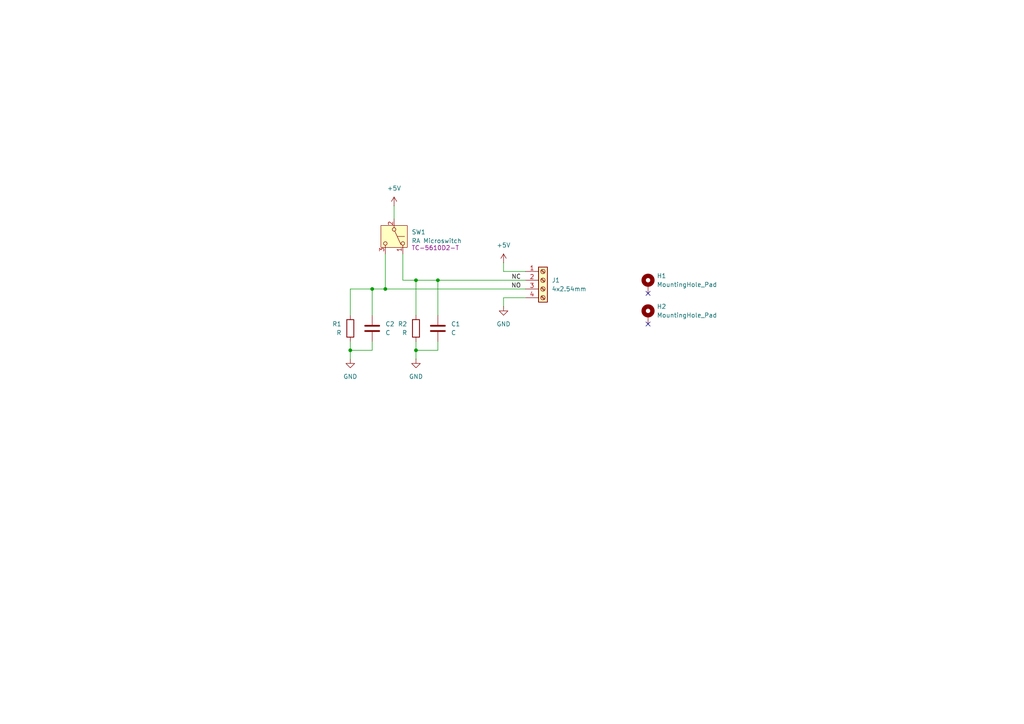
<source format=kicad_sch>
(kicad_sch (version 20231120) (generator "eeschema") (generator_version "8.0")
  (paper "A4")
  (title_block (title "2020 Extrusion Microswitch Mount") (comment 1 "All components are through-hole"))
  (lib_symbols
    (symbol "Connector:Screw_Terminal_01x04" (pin_names (offset 1.016) hide)
      (property "Reference" "J" (at 0 5.08 0))
      (property "Value" "Screw_Terminal_01x04" (at 0 -7.62 0))
      (symbol "Screw_Terminal_01x04_1_1"
        (rectangle (start -1.27 3.81) (end 1.27 -6.35) (stroke (width 0.254)) (fill (type background)))
        (circle (center 0 -5.08) (radius 0.635) (stroke (width 0.1524)))
        (circle (center 0 -2.54) (radius 0.635) (stroke (width 0.1524)))
        (polyline (pts (xy -0.5334 -4.7498) (xy 0.3302 -5.588)) (stroke (width 0.1524)))
        (polyline (pts (xy -0.5334 -2.2098) (xy 0.3302 -3.048)) (stroke (width 0.1524)))
        (polyline (pts (xy -0.5334 0.3302) (xy 0.3302 -0.508)) (stroke (width 0.1524)))
        (polyline (pts (xy -0.5334 2.8702) (xy 0.3302 2.032)) (stroke (width 0.1524)))
        (polyline (pts (xy -0.3556 -4.572) (xy 0.508 -5.4102)) (stroke (width 0.1524)))
        (polyline (pts (xy -0.3556 -2.032) (xy 0.508 -2.8702)) (stroke (width 0.1524)))
        (polyline (pts (xy -0.3556 0.508) (xy 0.508 -0.3302)) (stroke (width 0.1524)))
        (polyline (pts (xy -0.3556 3.048) (xy 0.508 2.2098)) (stroke (width 0.1524)))
        (circle (center 0 0) (radius 0.635) (stroke (width 0.1524)))
        (circle (center 0 2.54) (radius 0.635) (stroke (width 0.1524)))
        (pin passive line (at -5.08 2.54 0) (length 3.81) (name "Pin_1") (number "1"))
        (pin passive line (at -5.08 0 0) (length 3.81) (name "Pin_2") (number "2"))
        (pin passive line (at -5.08 -2.54 0) (length 3.81) (name "Pin_3") (number "3"))
        (pin passive line (at -5.08 -5.08 0) (length 3.81) (name "Pin_4") (number "4"))
      )
    )
    (symbol "Device:C" (pin_numbers hide) (pin_names (offset 0.254))
      (property "Reference" "C" (at 0.635 2.54 0))
      (property "Value" "C" (at 0.635 -2.54 0))
      (symbol "C_0_1"
        (polyline (pts (xy -2.032 -0.762) (xy 2.032 -0.762)) (stroke (width 0.508)))
        (polyline (pts (xy -2.032 0.762) (xy 2.032 0.762)) (stroke (width 0.508)))
      )
      (symbol "C_1_1"
        (pin passive line (at 0 3.81 270) (length 2.794) (name "~") (number "1"))
        (pin passive line (at 0 -3.81 90) (length 2.794) (name "~") (number "2"))
      )
    )
    (symbol "Device:R" (pin_numbers hide) (pin_names (offset 0))
      (property "Reference" "R" (at 2.032 0 90))
      (property "Value" "R" (at 0 0 90))
      (symbol "R_0_1"
        (rectangle (start -1.016 -2.54) (end 1.016 2.54) (stroke (width 0.254)))
      )
      (symbol "R_1_1"
        (pin passive line (at 0 3.81 270) (length 1.27) (name "~") (number "1"))
        (pin passive line (at 0 -3.81 90) (length 1.27) (name "~") (number "2"))
      )
    )
    (symbol "Mechanical:MountingHole_Pad" (pin_numbers hide) (pin_names (offset 1.016) hide) (exclude_from_sim yes) (in_bom no)
      (property "Reference" "H" (at 0 6.35 0))
      (property "Value" "MountingHole_Pad" (at 0 4.445 0))
      (symbol "MountingHole_Pad_0_1"
        (circle (center 0 1.27) (radius 1.27) (stroke (width 1.27)))
      )
      (symbol "MountingHole_Pad_1_1"
        (pin input line (at 0 -2.54 90) (length 2.54) (name "1") (number "1"))
      )
    )
    (symbol "Switch:SW_Push_SPDT" (pin_names (offset 0) hide)
      (property "Reference" "SW" (at 0 5.08 0))
      (property "Value" "SW_Push_SPDT" (at 0 -5.08 0))
      (symbol "SW_Push_SPDT_0_0"
        (circle (center -2.032 0) (radius 0.508))
        (polyline (pts (xy 0 1.016) (xy 0 3.048)))
        (circle (center 2.032 -2.54) (radius 0.508))
      )
      (symbol "SW_Push_SPDT_0_1"
        (polyline (pts (xy -1.524 0.2032) (xy 2.3368 1.9812)))
        (circle (center 2.032 2.54) (radius 0.508))
      )
      (symbol "SW_Push_SPDT_1_1"
        (rectangle (start -3.175 3.81) (end 3.175 -3.81) (fill (type background)))
        (pin passive line (at 5.08 2.54 180) (length 2.54) (name "A") (number "1"))
        (pin passive line (at -5.08 0 0) (length 2.54) (name "B") (number "2"))
        (pin passive line (at 5.08 -2.54 180) (length 2.54) (name "C") (number "3"))
      )
    )
    (symbol "power:+5V" (power) (pin_numbers hide) (pin_names (offset 0) hide)
      (property "Value" "+5V" (at 0 3.556 0))
      (symbol "+5V_0_1"
        (polyline (pts (xy -0.762 1.27) (xy 0 2.54)))
        (polyline (pts (xy 0 0) (xy 0 2.54)))
        (polyline (pts (xy 0 2.54) (xy 0.762 1.27)))
      )
      (symbol "+5V_1_1"
        (pin power_in line (at 0 0 90) (length 0) (name "~") (number "1"))
      )
    )
    (symbol "power:GND" (power) (pin_numbers hide) (pin_names (offset 0) hide)
      (property "Value" "GND" (at 0 -3.81 0))
      (symbol "GND_0_1"
        (polyline (pts (xy 0 0) (xy 0 -1.27) (xy 1.27 -1.27) (xy 0 -2.54) (xy -1.27 -1.27) (xy 0 -1.27)))
      )
      (symbol "GND_1_1"
        (pin power_in line (at 0 0 270) (length 0) (name "~") (number "1"))
      )
    )
  )
  (junction (at 127 81.28))
  (junction (at 107.95 83.82))
  (junction (at 111.76 83.82))
  (junction (at 120.65 81.28))
  (junction (at 120.65 101.6))
  (junction (at 101.6 101.6))
  (no_connect (at 187.96 85.09))
  (no_connect (at 187.96 93.98))
  (wire (pts (xy 116.84 73.66) (xy 116.84 81.28)))
  (wire (pts (xy 101.6 99.06) (xy 101.6 101.6)))
  (wire (pts (xy 146.05 78.74) (xy 146.05 76.2)))
  (wire (pts (xy 107.95 83.82) (xy 111.76 83.82)))
  (wire (pts (xy 127 101.6) (xy 120.65 101.6)))
  (wire (pts (xy 107.95 83.82) (xy 107.95 91.44)))
  (wire (pts (xy 111.76 73.66) (xy 111.76 83.82)))
  (wire (pts (xy 111.76 83.82) (xy 152.4 83.82)))
  (wire (pts (xy 101.6 83.82) (xy 107.95 83.82)))
  (wire (pts (xy 120.65 101.6) (xy 120.65 104.14)))
  (wire (pts (xy 127 81.28) (xy 127 91.44)))
  (wire (pts (xy 146.05 86.36) (xy 146.05 88.9)))
  (wire (pts (xy 152.4 86.36) (xy 146.05 86.36)))
  (wire (pts (xy 120.65 81.28) (xy 127 81.28)))
  (wire (pts (xy 116.84 81.28) (xy 120.65 81.28)))
  (wire (pts (xy 127 99.06) (xy 127 101.6)))
  (wire (pts (xy 107.95 99.06) (xy 107.95 101.6)))
  (wire (pts (xy 101.6 101.6) (xy 101.6 104.14)))
  (wire (pts (xy 127 81.28) (xy 152.4 81.28)))
  (wire (pts (xy 107.95 101.6) (xy 101.6 101.6)))
  (wire (pts (xy 114.3 59.69) (xy 114.3 63.5)))
  (wire (pts (xy 120.65 81.28) (xy 120.65 91.44)))
  (wire (pts (xy 152.4 78.74) (xy 146.05 78.74)))
  (wire (pts (xy 120.65 99.06) (xy 120.65 101.6)))
  (wire (pts (xy 101.6 91.44) (xy 101.6 83.82)))
  (label "NO" (at 151.13 83.82 180))
  (label "NC" (at 151.13 81.28 180))
  (symbol (lib_id "power:GND") (at 101.6 104.14 0) (unit 1)
    (property "Reference" "#PWR06" (effects (hide yes)))
    (property "Value" "GND" (at 101.6 109.22 0))
    (property "Description" "Power symbol creates a global label with name \"GND\" , ground" (effects (hide yes)))
  )
  (symbol (lib_id "Device:R") (at 101.6 95.25 0) (unit 1)
    (property "Reference" "R1" (at 99.06 93.9799 0) (effects (justify right)))
    (property "Value" "R" (at 99.06 96.5199 0) (effects (justify right)))
    (property "Footprint" "Resistor_THT:R_Axial_DIN0207_L6.3mm_D2.5mm_P10.16mm_Horizontal" (effects (hide yes)))
    (property "Description" "Resistor" (effects (hide yes)))
  )
  (symbol (lib_id "power:+5V") (at 146.05 76.2 0) (unit 1)
    (property "Reference" "#PWR02" (effects (hide yes)))
    (property "Value" "+5V" (at 146.05 71.12 0))
    (property "Description" "Power symbol creates a global label with name \"+5V\"" (effects (hide yes)))
  )
  (symbol (lib_id "power:+5V") (at 114.3 59.69 0) (unit 1)
    (property "Reference" "#PWR03" (effects (hide yes)))
    (property "Value" "+5V" (at 114.3 54.61 0))
    (property "Description" "Power symbol creates a global label with name \"+5V\"" (effects (hide yes)))
  )
  (symbol (lib_id "Mechanical:MountingHole_Pad") (at 187.96 82.55 0) (unit 1) (exclude_from_sim yes) (in_bom no)
    (property "Reference" "H1" (at 190.5 80.0099 0) (effects (justify left)))
    (property "Value" "MountingHole_Pad" (at 190.5 82.5499 0) (effects (justify left)))
    (property "Description" "Mounting Hole with connection" (effects (hide yes)))
  )
  (symbol (lib_id "Mechanical:MountingHole_Pad") (at 187.96 91.44 0) (unit 1) (exclude_from_sim yes) (in_bom no)
    (property "Reference" "H2" (at 190.5 88.8999 0) (effects (justify left)))
    (property "Value" "MountingHole_Pad" (at 190.5 91.4399 0) (effects (justify left)))
    (property "Description" "Mounting Hole with connection" (effects (hide yes)))
  )
  (symbol (lib_id "power:GND") (at 120.65 104.14 0) (unit 1)
    (property "Reference" "#PWR05" (effects (hide yes)))
    (property "Value" "GND" (at 120.65 109.22 0))
    (property "Description" "Power symbol creates a global label with name \"GND\" , ground" (effects (hide yes)))
  )
  (symbol (lib_id "power:GND") (at 146.05 88.9 0) (unit 1)
    (property "Reference" "#PWR01" (effects (hide yes)))
    (property "Value" "GND" (at 146.05 93.98 0))
    (property "Description" "Power symbol creates a global label with name \"GND\" , ground" (effects (hide yes)))
  )
  (symbol (lib_id "Connector:Screw_Terminal_01x04") (at 157.48 81.28 0) (unit 1)
    (property "Reference" "J1" (at 160.02 81.2799 0) (effects (justify left)))
    (property "Value" "4x2.54mm" (at 160.02 83.8199 0) (effects (justify left)))
    (property "Footprint" "TerminalBlock_Phoenix:TerminalBlock_Phoenix_MPT-0,5-4-2.54_1x04_P2.54mm_Horizontal" (effects (hide yes)))
    (property "Datasheet" "https://www.lcsc.com/datasheet/lcsc_datasheet_2309150913_MAX-MX128-2-54-04P-GN01-Cu-Y-A_C5188444.pdf" (effects (hide yes)))
    (property "Description" "Generic screw terminal, single row, 01x04, script generated (kicad-library-utils/schlib/autogen/connector/)" (effects (hide yes)))
    (property "JLC" "C5188444" (effects (hide yes)))
  )
  (symbol (lib_id "Switch:SW_Push_SPDT") (at 114.3 68.58 270) (unit 1)
    (property "Reference" "SW1" (at 119.38 67.3099 90) (effects (justify left)))
    (property "Value" "RA Microswitch" (at 119.38 69.8499 90) (effects (justify left)))
    (property "Datasheet" "https://www.lcsc.com/datasheet/lcsc_datasheet_2004101009_Yuandi-TC-5610D2-T_C504864.pdf" (effects (hide yes)))
    (property "Description" "Momentary Switch, single pole double throw" (effects (hide yes)))
    (property "JLC" "C504864" (effects (hide yes)))
    (property "MFR" "TC-5610D2-T " (at 126.746 71.882 90))
  )
  (symbol (lib_id "Device:C") (at 107.95 95.25 0) (unit 1)
    (property "Reference" "C2" (at 111.76 93.9799 0) (effects (justify left)))
    (property "Value" "C" (at 111.76 96.5199 0) (effects (justify left)))
    (property "Footprint" "Capacitor_THT:C_Disc_D9.0mm_W5.0mm_P5.00mm" (effects (hide yes)))
    (property "Description" "Unpolarized capacitor" (effects (hide yes)))
  )
  (symbol (lib_id "Device:R") (at 120.65 95.25 0) (unit 1)
    (property "Reference" "R2" (at 118.11 93.9799 0) (effects (justify right)))
    (property "Value" "R" (at 118.11 96.5199 0) (effects (justify right)))
    (property "Footprint" "Resistor_THT:R_Axial_DIN0207_L6.3mm_D2.5mm_P10.16mm_Horizontal" (effects (hide yes)))
    (property "Description" "Resistor" (effects (hide yes)))
  )
  (symbol (lib_id "Device:C") (at 127 95.25 0) (unit 1)
    (property "Reference" "C1" (at 130.81 93.9799 0) (effects (justify left)))
    (property "Value" "C" (at 130.81 96.5199 0) (effects (justify left)))
    (property "Footprint" "Capacitor_THT:C_Disc_D9.0mm_W5.0mm_P5.00mm" (effects (hide yes)))
    (property "Description" "Unpolarized capacitor" (effects (hide yes)))
  )
)
</source>
